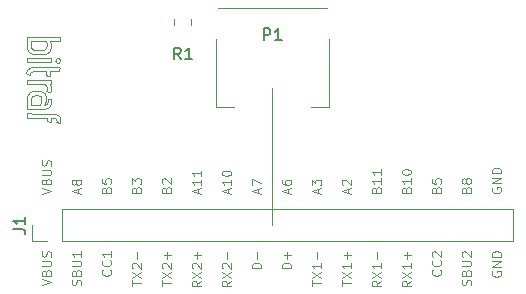
<source format=gbr>
G04 #@! TF.GenerationSoftware,KiCad,Pcbnew,(5.1.5)-3*
G04 #@! TF.CreationDate,2020-05-05T01:34:39+02:00*
G04 #@! TF.ProjectId,USB-C-USB-3.2,5553422d-432d-4555-9342-2d332e322e6b,rev?*
G04 #@! TF.SameCoordinates,Original*
G04 #@! TF.FileFunction,Legend,Top*
G04 #@! TF.FilePolarity,Positive*
%FSLAX46Y46*%
G04 Gerber Fmt 4.6, Leading zero omitted, Abs format (unit mm)*
G04 Created by KiCad (PCBNEW (5.1.5)-3) date 2020-05-05 01:34:39*
%MOMM*%
%LPD*%
G04 APERTURE LIST*
%ADD10C,0.080000*%
%ADD11C,0.100000*%
%ADD12C,0.120000*%
%ADD13C,0.150000*%
G04 APERTURE END LIST*
D10*
X82500000Y-77000000D02*
X82500000Y-65425000D01*
D11*
X62972857Y-74358809D02*
X63752857Y-74092142D01*
X62972857Y-73825476D01*
X63344285Y-73292142D02*
X63381428Y-73177857D01*
X63418571Y-73139761D01*
X63492857Y-73101666D01*
X63604285Y-73101666D01*
X63678571Y-73139761D01*
X63715714Y-73177857D01*
X63752857Y-73254047D01*
X63752857Y-73558809D01*
X62972857Y-73558809D01*
X62972857Y-73292142D01*
X63010000Y-73215952D01*
X63047142Y-73177857D01*
X63121428Y-73139761D01*
X63195714Y-73139761D01*
X63270000Y-73177857D01*
X63307142Y-73215952D01*
X63344285Y-73292142D01*
X63344285Y-73558809D01*
X62972857Y-72758809D02*
X63604285Y-72758809D01*
X63678571Y-72720714D01*
X63715714Y-72682619D01*
X63752857Y-72606428D01*
X63752857Y-72454047D01*
X63715714Y-72377857D01*
X63678571Y-72339761D01*
X63604285Y-72301666D01*
X62972857Y-72301666D01*
X63715714Y-71958809D02*
X63752857Y-71844523D01*
X63752857Y-71654047D01*
X63715714Y-71577857D01*
X63678571Y-71539761D01*
X63604285Y-71501666D01*
X63530000Y-71501666D01*
X63455714Y-71539761D01*
X63418571Y-71577857D01*
X63381428Y-71654047D01*
X63344285Y-71806428D01*
X63307142Y-71882619D01*
X63270000Y-71920714D01*
X63195714Y-71958809D01*
X63121428Y-71958809D01*
X63047142Y-71920714D01*
X63010000Y-71882619D01*
X62972857Y-71806428D01*
X62972857Y-71615952D01*
X63010000Y-71501666D01*
X66070000Y-74282619D02*
X66070000Y-73901666D01*
X66292857Y-74358809D02*
X65512857Y-74092142D01*
X66292857Y-73825476D01*
X65847142Y-73444523D02*
X65810000Y-73520714D01*
X65772857Y-73558809D01*
X65698571Y-73596904D01*
X65661428Y-73596904D01*
X65587142Y-73558809D01*
X65550000Y-73520714D01*
X65512857Y-73444523D01*
X65512857Y-73292142D01*
X65550000Y-73215952D01*
X65587142Y-73177857D01*
X65661428Y-73139761D01*
X65698571Y-73139761D01*
X65772857Y-73177857D01*
X65810000Y-73215952D01*
X65847142Y-73292142D01*
X65847142Y-73444523D01*
X65884285Y-73520714D01*
X65921428Y-73558809D01*
X65995714Y-73596904D01*
X66144285Y-73596904D01*
X66218571Y-73558809D01*
X66255714Y-73520714D01*
X66292857Y-73444523D01*
X66292857Y-73292142D01*
X66255714Y-73215952D01*
X66218571Y-73177857D01*
X66144285Y-73139761D01*
X65995714Y-73139761D01*
X65921428Y-73177857D01*
X65884285Y-73215952D01*
X65847142Y-73292142D01*
X68424285Y-73977857D02*
X68461428Y-73863571D01*
X68498571Y-73825476D01*
X68572857Y-73787380D01*
X68684285Y-73787380D01*
X68758571Y-73825476D01*
X68795714Y-73863571D01*
X68832857Y-73939761D01*
X68832857Y-74244523D01*
X68052857Y-74244523D01*
X68052857Y-73977857D01*
X68090000Y-73901666D01*
X68127142Y-73863571D01*
X68201428Y-73825476D01*
X68275714Y-73825476D01*
X68350000Y-73863571D01*
X68387142Y-73901666D01*
X68424285Y-73977857D01*
X68424285Y-74244523D01*
X68052857Y-73063571D02*
X68052857Y-73444523D01*
X68424285Y-73482619D01*
X68387142Y-73444523D01*
X68350000Y-73368333D01*
X68350000Y-73177857D01*
X68387142Y-73101666D01*
X68424285Y-73063571D01*
X68498571Y-73025476D01*
X68684285Y-73025476D01*
X68758571Y-73063571D01*
X68795714Y-73101666D01*
X68832857Y-73177857D01*
X68832857Y-73368333D01*
X68795714Y-73444523D01*
X68758571Y-73482619D01*
X70964285Y-73977857D02*
X71001428Y-73863571D01*
X71038571Y-73825476D01*
X71112857Y-73787380D01*
X71224285Y-73787380D01*
X71298571Y-73825476D01*
X71335714Y-73863571D01*
X71372857Y-73939761D01*
X71372857Y-74244523D01*
X70592857Y-74244523D01*
X70592857Y-73977857D01*
X70630000Y-73901666D01*
X70667142Y-73863571D01*
X70741428Y-73825476D01*
X70815714Y-73825476D01*
X70890000Y-73863571D01*
X70927142Y-73901666D01*
X70964285Y-73977857D01*
X70964285Y-74244523D01*
X70592857Y-73520714D02*
X70592857Y-73025476D01*
X70890000Y-73292142D01*
X70890000Y-73177857D01*
X70927142Y-73101666D01*
X70964285Y-73063571D01*
X71038571Y-73025476D01*
X71224285Y-73025476D01*
X71298571Y-73063571D01*
X71335714Y-73101666D01*
X71372857Y-73177857D01*
X71372857Y-73406428D01*
X71335714Y-73482619D01*
X71298571Y-73520714D01*
X73504285Y-73977857D02*
X73541428Y-73863571D01*
X73578571Y-73825476D01*
X73652857Y-73787380D01*
X73764285Y-73787380D01*
X73838571Y-73825476D01*
X73875714Y-73863571D01*
X73912857Y-73939761D01*
X73912857Y-74244523D01*
X73132857Y-74244523D01*
X73132857Y-73977857D01*
X73170000Y-73901666D01*
X73207142Y-73863571D01*
X73281428Y-73825476D01*
X73355714Y-73825476D01*
X73430000Y-73863571D01*
X73467142Y-73901666D01*
X73504285Y-73977857D01*
X73504285Y-74244523D01*
X73207142Y-73482619D02*
X73170000Y-73444523D01*
X73132857Y-73368333D01*
X73132857Y-73177857D01*
X73170000Y-73101666D01*
X73207142Y-73063571D01*
X73281428Y-73025476D01*
X73355714Y-73025476D01*
X73467142Y-73063571D01*
X73912857Y-73520714D01*
X73912857Y-73025476D01*
X76230000Y-74282619D02*
X76230000Y-73901666D01*
X76452857Y-74358809D02*
X75672857Y-74092142D01*
X76452857Y-73825476D01*
X76452857Y-73139761D02*
X76452857Y-73596904D01*
X76452857Y-73368333D02*
X75672857Y-73368333D01*
X75784285Y-73444523D01*
X75858571Y-73520714D01*
X75895714Y-73596904D01*
X76452857Y-72377857D02*
X76452857Y-72835000D01*
X76452857Y-72606428D02*
X75672857Y-72606428D01*
X75784285Y-72682619D01*
X75858571Y-72758809D01*
X75895714Y-72835000D01*
X78770000Y-74282619D02*
X78770000Y-73901666D01*
X78992857Y-74358809D02*
X78212857Y-74092142D01*
X78992857Y-73825476D01*
X78992857Y-73139761D02*
X78992857Y-73596904D01*
X78992857Y-73368333D02*
X78212857Y-73368333D01*
X78324285Y-73444523D01*
X78398571Y-73520714D01*
X78435714Y-73596904D01*
X78212857Y-72644523D02*
X78212857Y-72568333D01*
X78250000Y-72492142D01*
X78287142Y-72454047D01*
X78361428Y-72415952D01*
X78510000Y-72377857D01*
X78695714Y-72377857D01*
X78844285Y-72415952D01*
X78918571Y-72454047D01*
X78955714Y-72492142D01*
X78992857Y-72568333D01*
X78992857Y-72644523D01*
X78955714Y-72720714D01*
X78918571Y-72758809D01*
X78844285Y-72796904D01*
X78695714Y-72835000D01*
X78510000Y-72835000D01*
X78361428Y-72796904D01*
X78287142Y-72758809D01*
X78250000Y-72720714D01*
X78212857Y-72644523D01*
X81310000Y-74282619D02*
X81310000Y-73901666D01*
X81532857Y-74358809D02*
X80752857Y-74092142D01*
X81532857Y-73825476D01*
X80752857Y-73635000D02*
X80752857Y-73101666D01*
X81532857Y-73444523D01*
X83850000Y-74282619D02*
X83850000Y-73901666D01*
X84072857Y-74358809D02*
X83292857Y-74092142D01*
X84072857Y-73825476D01*
X83292857Y-73215952D02*
X83292857Y-73368333D01*
X83330000Y-73444523D01*
X83367142Y-73482619D01*
X83478571Y-73558809D01*
X83627142Y-73596904D01*
X83924285Y-73596904D01*
X83998571Y-73558809D01*
X84035714Y-73520714D01*
X84072857Y-73444523D01*
X84072857Y-73292142D01*
X84035714Y-73215952D01*
X83998571Y-73177857D01*
X83924285Y-73139761D01*
X83738571Y-73139761D01*
X83664285Y-73177857D01*
X83627142Y-73215952D01*
X83590000Y-73292142D01*
X83590000Y-73444523D01*
X83627142Y-73520714D01*
X83664285Y-73558809D01*
X83738571Y-73596904D01*
X86390000Y-74282619D02*
X86390000Y-73901666D01*
X86612857Y-74358809D02*
X85832857Y-74092142D01*
X86612857Y-73825476D01*
X85832857Y-73635000D02*
X85832857Y-73139761D01*
X86130000Y-73406428D01*
X86130000Y-73292142D01*
X86167142Y-73215952D01*
X86204285Y-73177857D01*
X86278571Y-73139761D01*
X86464285Y-73139761D01*
X86538571Y-73177857D01*
X86575714Y-73215952D01*
X86612857Y-73292142D01*
X86612857Y-73520714D01*
X86575714Y-73596904D01*
X86538571Y-73635000D01*
X88930000Y-74282619D02*
X88930000Y-73901666D01*
X89152857Y-74358809D02*
X88372857Y-74092142D01*
X89152857Y-73825476D01*
X88447142Y-73596904D02*
X88410000Y-73558809D01*
X88372857Y-73482619D01*
X88372857Y-73292142D01*
X88410000Y-73215952D01*
X88447142Y-73177857D01*
X88521428Y-73139761D01*
X88595714Y-73139761D01*
X88707142Y-73177857D01*
X89152857Y-73635000D01*
X89152857Y-73139761D01*
X91284285Y-73977857D02*
X91321428Y-73863571D01*
X91358571Y-73825476D01*
X91432857Y-73787380D01*
X91544285Y-73787380D01*
X91618571Y-73825476D01*
X91655714Y-73863571D01*
X91692857Y-73939761D01*
X91692857Y-74244523D01*
X90912857Y-74244523D01*
X90912857Y-73977857D01*
X90950000Y-73901666D01*
X90987142Y-73863571D01*
X91061428Y-73825476D01*
X91135714Y-73825476D01*
X91210000Y-73863571D01*
X91247142Y-73901666D01*
X91284285Y-73977857D01*
X91284285Y-74244523D01*
X91692857Y-73025476D02*
X91692857Y-73482619D01*
X91692857Y-73254047D02*
X90912857Y-73254047D01*
X91024285Y-73330238D01*
X91098571Y-73406428D01*
X91135714Y-73482619D01*
X91692857Y-72263571D02*
X91692857Y-72720714D01*
X91692857Y-72492142D02*
X90912857Y-72492142D01*
X91024285Y-72568333D01*
X91098571Y-72644523D01*
X91135714Y-72720714D01*
X93824285Y-73977857D02*
X93861428Y-73863571D01*
X93898571Y-73825476D01*
X93972857Y-73787380D01*
X94084285Y-73787380D01*
X94158571Y-73825476D01*
X94195714Y-73863571D01*
X94232857Y-73939761D01*
X94232857Y-74244523D01*
X93452857Y-74244523D01*
X93452857Y-73977857D01*
X93490000Y-73901666D01*
X93527142Y-73863571D01*
X93601428Y-73825476D01*
X93675714Y-73825476D01*
X93750000Y-73863571D01*
X93787142Y-73901666D01*
X93824285Y-73977857D01*
X93824285Y-74244523D01*
X94232857Y-73025476D02*
X94232857Y-73482619D01*
X94232857Y-73254047D02*
X93452857Y-73254047D01*
X93564285Y-73330238D01*
X93638571Y-73406428D01*
X93675714Y-73482619D01*
X93452857Y-72530238D02*
X93452857Y-72454047D01*
X93490000Y-72377857D01*
X93527142Y-72339761D01*
X93601428Y-72301666D01*
X93750000Y-72263571D01*
X93935714Y-72263571D01*
X94084285Y-72301666D01*
X94158571Y-72339761D01*
X94195714Y-72377857D01*
X94232857Y-72454047D01*
X94232857Y-72530238D01*
X94195714Y-72606428D01*
X94158571Y-72644523D01*
X94084285Y-72682619D01*
X93935714Y-72720714D01*
X93750000Y-72720714D01*
X93601428Y-72682619D01*
X93527142Y-72644523D01*
X93490000Y-72606428D01*
X93452857Y-72530238D01*
X96364285Y-73977857D02*
X96401428Y-73863571D01*
X96438571Y-73825476D01*
X96512857Y-73787380D01*
X96624285Y-73787380D01*
X96698571Y-73825476D01*
X96735714Y-73863571D01*
X96772857Y-73939761D01*
X96772857Y-74244523D01*
X95992857Y-74244523D01*
X95992857Y-73977857D01*
X96030000Y-73901666D01*
X96067142Y-73863571D01*
X96141428Y-73825476D01*
X96215714Y-73825476D01*
X96290000Y-73863571D01*
X96327142Y-73901666D01*
X96364285Y-73977857D01*
X96364285Y-74244523D01*
X95992857Y-73063571D02*
X95992857Y-73444523D01*
X96364285Y-73482619D01*
X96327142Y-73444523D01*
X96290000Y-73368333D01*
X96290000Y-73177857D01*
X96327142Y-73101666D01*
X96364285Y-73063571D01*
X96438571Y-73025476D01*
X96624285Y-73025476D01*
X96698571Y-73063571D01*
X96735714Y-73101666D01*
X96772857Y-73177857D01*
X96772857Y-73368333D01*
X96735714Y-73444523D01*
X96698571Y-73482619D01*
X98904285Y-73977857D02*
X98941428Y-73863571D01*
X98978571Y-73825476D01*
X99052857Y-73787380D01*
X99164285Y-73787380D01*
X99238571Y-73825476D01*
X99275714Y-73863571D01*
X99312857Y-73939761D01*
X99312857Y-74244523D01*
X98532857Y-74244523D01*
X98532857Y-73977857D01*
X98570000Y-73901666D01*
X98607142Y-73863571D01*
X98681428Y-73825476D01*
X98755714Y-73825476D01*
X98830000Y-73863571D01*
X98867142Y-73901666D01*
X98904285Y-73977857D01*
X98904285Y-74244523D01*
X98867142Y-73330238D02*
X98830000Y-73406428D01*
X98792857Y-73444523D01*
X98718571Y-73482619D01*
X98681428Y-73482619D01*
X98607142Y-73444523D01*
X98570000Y-73406428D01*
X98532857Y-73330238D01*
X98532857Y-73177857D01*
X98570000Y-73101666D01*
X98607142Y-73063571D01*
X98681428Y-73025476D01*
X98718571Y-73025476D01*
X98792857Y-73063571D01*
X98830000Y-73101666D01*
X98867142Y-73177857D01*
X98867142Y-73330238D01*
X98904285Y-73406428D01*
X98941428Y-73444523D01*
X99015714Y-73482619D01*
X99164285Y-73482619D01*
X99238571Y-73444523D01*
X99275714Y-73406428D01*
X99312857Y-73330238D01*
X99312857Y-73177857D01*
X99275714Y-73101666D01*
X99238571Y-73063571D01*
X99164285Y-73025476D01*
X99015714Y-73025476D01*
X98941428Y-73063571D01*
X98904285Y-73101666D01*
X98867142Y-73177857D01*
X101110000Y-73825476D02*
X101072857Y-73901666D01*
X101072857Y-74015952D01*
X101110000Y-74130238D01*
X101184285Y-74206428D01*
X101258571Y-74244523D01*
X101407142Y-74282619D01*
X101518571Y-74282619D01*
X101667142Y-74244523D01*
X101741428Y-74206428D01*
X101815714Y-74130238D01*
X101852857Y-74015952D01*
X101852857Y-73939761D01*
X101815714Y-73825476D01*
X101778571Y-73787380D01*
X101518571Y-73787380D01*
X101518571Y-73939761D01*
X101852857Y-73444523D02*
X101072857Y-73444523D01*
X101852857Y-72987380D01*
X101072857Y-72987380D01*
X101852857Y-72606428D02*
X101072857Y-72606428D01*
X101072857Y-72415952D01*
X101110000Y-72301666D01*
X101184285Y-72225476D01*
X101258571Y-72187380D01*
X101407142Y-72149285D01*
X101518571Y-72149285D01*
X101667142Y-72187380D01*
X101741428Y-72225476D01*
X101815714Y-72301666D01*
X101852857Y-72415952D01*
X101852857Y-72606428D01*
X62972857Y-82074523D02*
X63752857Y-81807857D01*
X62972857Y-81541190D01*
X63344285Y-81007857D02*
X63381428Y-80893571D01*
X63418571Y-80855476D01*
X63492857Y-80817380D01*
X63604285Y-80817380D01*
X63678571Y-80855476D01*
X63715714Y-80893571D01*
X63752857Y-80969761D01*
X63752857Y-81274523D01*
X62972857Y-81274523D01*
X62972857Y-81007857D01*
X63010000Y-80931666D01*
X63047142Y-80893571D01*
X63121428Y-80855476D01*
X63195714Y-80855476D01*
X63270000Y-80893571D01*
X63307142Y-80931666D01*
X63344285Y-81007857D01*
X63344285Y-81274523D01*
X62972857Y-80474523D02*
X63604285Y-80474523D01*
X63678571Y-80436428D01*
X63715714Y-80398333D01*
X63752857Y-80322142D01*
X63752857Y-80169761D01*
X63715714Y-80093571D01*
X63678571Y-80055476D01*
X63604285Y-80017380D01*
X62972857Y-80017380D01*
X63715714Y-79674523D02*
X63752857Y-79560238D01*
X63752857Y-79369761D01*
X63715714Y-79293571D01*
X63678571Y-79255476D01*
X63604285Y-79217380D01*
X63530000Y-79217380D01*
X63455714Y-79255476D01*
X63418571Y-79293571D01*
X63381428Y-79369761D01*
X63344285Y-79522142D01*
X63307142Y-79598333D01*
X63270000Y-79636428D01*
X63195714Y-79674523D01*
X63121428Y-79674523D01*
X63047142Y-79636428D01*
X63010000Y-79598333D01*
X62972857Y-79522142D01*
X62972857Y-79331666D01*
X63010000Y-79217380D01*
X66255714Y-82074523D02*
X66292857Y-81960238D01*
X66292857Y-81769761D01*
X66255714Y-81693571D01*
X66218571Y-81655476D01*
X66144285Y-81617380D01*
X66070000Y-81617380D01*
X65995714Y-81655476D01*
X65958571Y-81693571D01*
X65921428Y-81769761D01*
X65884285Y-81922142D01*
X65847142Y-81998333D01*
X65810000Y-82036428D01*
X65735714Y-82074523D01*
X65661428Y-82074523D01*
X65587142Y-82036428D01*
X65550000Y-81998333D01*
X65512857Y-81922142D01*
X65512857Y-81731666D01*
X65550000Y-81617380D01*
X65884285Y-81007857D02*
X65921428Y-80893571D01*
X65958571Y-80855476D01*
X66032857Y-80817380D01*
X66144285Y-80817380D01*
X66218571Y-80855476D01*
X66255714Y-80893571D01*
X66292857Y-80969761D01*
X66292857Y-81274523D01*
X65512857Y-81274523D01*
X65512857Y-81007857D01*
X65550000Y-80931666D01*
X65587142Y-80893571D01*
X65661428Y-80855476D01*
X65735714Y-80855476D01*
X65810000Y-80893571D01*
X65847142Y-80931666D01*
X65884285Y-81007857D01*
X65884285Y-81274523D01*
X65512857Y-80474523D02*
X66144285Y-80474523D01*
X66218571Y-80436428D01*
X66255714Y-80398333D01*
X66292857Y-80322142D01*
X66292857Y-80169761D01*
X66255714Y-80093571D01*
X66218571Y-80055476D01*
X66144285Y-80017380D01*
X65512857Y-80017380D01*
X66292857Y-79217380D02*
X66292857Y-79674523D01*
X66292857Y-79445952D02*
X65512857Y-79445952D01*
X65624285Y-79522142D01*
X65698571Y-79598333D01*
X65735714Y-79674523D01*
X68758571Y-80779285D02*
X68795714Y-80817380D01*
X68832857Y-80931666D01*
X68832857Y-81007857D01*
X68795714Y-81122142D01*
X68721428Y-81198333D01*
X68647142Y-81236428D01*
X68498571Y-81274523D01*
X68387142Y-81274523D01*
X68238571Y-81236428D01*
X68164285Y-81198333D01*
X68090000Y-81122142D01*
X68052857Y-81007857D01*
X68052857Y-80931666D01*
X68090000Y-80817380D01*
X68127142Y-80779285D01*
X68758571Y-79979285D02*
X68795714Y-80017380D01*
X68832857Y-80131666D01*
X68832857Y-80207857D01*
X68795714Y-80322142D01*
X68721428Y-80398333D01*
X68647142Y-80436428D01*
X68498571Y-80474523D01*
X68387142Y-80474523D01*
X68238571Y-80436428D01*
X68164285Y-80398333D01*
X68090000Y-80322142D01*
X68052857Y-80207857D01*
X68052857Y-80131666D01*
X68090000Y-80017380D01*
X68127142Y-79979285D01*
X68832857Y-79217380D02*
X68832857Y-79674523D01*
X68832857Y-79445952D02*
X68052857Y-79445952D01*
X68164285Y-79522142D01*
X68238571Y-79598333D01*
X68275714Y-79674523D01*
X70592857Y-82112619D02*
X70592857Y-81655476D01*
X71372857Y-81884047D02*
X70592857Y-81884047D01*
X70592857Y-81465000D02*
X71372857Y-80931666D01*
X70592857Y-80931666D02*
X71372857Y-81465000D01*
X70667142Y-80665000D02*
X70630000Y-80626904D01*
X70592857Y-80550714D01*
X70592857Y-80360238D01*
X70630000Y-80284047D01*
X70667142Y-80245952D01*
X70741428Y-80207857D01*
X70815714Y-80207857D01*
X70927142Y-80245952D01*
X71372857Y-80703095D01*
X71372857Y-80207857D01*
X71075714Y-79865000D02*
X71075714Y-79255476D01*
X73132857Y-82112619D02*
X73132857Y-81655476D01*
X73912857Y-81884047D02*
X73132857Y-81884047D01*
X73132857Y-81465000D02*
X73912857Y-80931666D01*
X73132857Y-80931666D02*
X73912857Y-81465000D01*
X73207142Y-80665000D02*
X73170000Y-80626904D01*
X73132857Y-80550714D01*
X73132857Y-80360238D01*
X73170000Y-80284047D01*
X73207142Y-80245952D01*
X73281428Y-80207857D01*
X73355714Y-80207857D01*
X73467142Y-80245952D01*
X73912857Y-80703095D01*
X73912857Y-80207857D01*
X73615714Y-79865000D02*
X73615714Y-79255476D01*
X73912857Y-79560238D02*
X73318571Y-79560238D01*
X76452857Y-81731666D02*
X76081428Y-81998333D01*
X76452857Y-82188809D02*
X75672857Y-82188809D01*
X75672857Y-81884047D01*
X75710000Y-81807857D01*
X75747142Y-81769761D01*
X75821428Y-81731666D01*
X75932857Y-81731666D01*
X76007142Y-81769761D01*
X76044285Y-81807857D01*
X76081428Y-81884047D01*
X76081428Y-82188809D01*
X75672857Y-81465000D02*
X76452857Y-80931666D01*
X75672857Y-80931666D02*
X76452857Y-81465000D01*
X75747142Y-80665000D02*
X75710000Y-80626904D01*
X75672857Y-80550714D01*
X75672857Y-80360238D01*
X75710000Y-80284047D01*
X75747142Y-80245952D01*
X75821428Y-80207857D01*
X75895714Y-80207857D01*
X76007142Y-80245952D01*
X76452857Y-80703095D01*
X76452857Y-80207857D01*
X76155714Y-79865000D02*
X76155714Y-79255476D01*
X76452857Y-79560238D02*
X75858571Y-79560238D01*
X78992857Y-81731666D02*
X78621428Y-81998333D01*
X78992857Y-82188809D02*
X78212857Y-82188809D01*
X78212857Y-81884047D01*
X78250000Y-81807857D01*
X78287142Y-81769761D01*
X78361428Y-81731666D01*
X78472857Y-81731666D01*
X78547142Y-81769761D01*
X78584285Y-81807857D01*
X78621428Y-81884047D01*
X78621428Y-82188809D01*
X78212857Y-81465000D02*
X78992857Y-80931666D01*
X78212857Y-80931666D02*
X78992857Y-81465000D01*
X78287142Y-80665000D02*
X78250000Y-80626904D01*
X78212857Y-80550714D01*
X78212857Y-80360238D01*
X78250000Y-80284047D01*
X78287142Y-80245952D01*
X78361428Y-80207857D01*
X78435714Y-80207857D01*
X78547142Y-80245952D01*
X78992857Y-80703095D01*
X78992857Y-80207857D01*
X78695714Y-79865000D02*
X78695714Y-79255476D01*
X81532857Y-80665000D02*
X80752857Y-80665000D01*
X80752857Y-80474523D01*
X80790000Y-80360238D01*
X80864285Y-80284047D01*
X80938571Y-80245952D01*
X81087142Y-80207857D01*
X81198571Y-80207857D01*
X81347142Y-80245952D01*
X81421428Y-80284047D01*
X81495714Y-80360238D01*
X81532857Y-80474523D01*
X81532857Y-80665000D01*
X81235714Y-79865000D02*
X81235714Y-79255476D01*
X84072857Y-80665000D02*
X83292857Y-80665000D01*
X83292857Y-80474523D01*
X83330000Y-80360238D01*
X83404285Y-80284047D01*
X83478571Y-80245952D01*
X83627142Y-80207857D01*
X83738571Y-80207857D01*
X83887142Y-80245952D01*
X83961428Y-80284047D01*
X84035714Y-80360238D01*
X84072857Y-80474523D01*
X84072857Y-80665000D01*
X83775714Y-79865000D02*
X83775714Y-79255476D01*
X84072857Y-79560238D02*
X83478571Y-79560238D01*
X85832857Y-82112619D02*
X85832857Y-81655476D01*
X86612857Y-81884047D02*
X85832857Y-81884047D01*
X85832857Y-81465000D02*
X86612857Y-80931666D01*
X85832857Y-80931666D02*
X86612857Y-81465000D01*
X86612857Y-80207857D02*
X86612857Y-80665000D01*
X86612857Y-80436428D02*
X85832857Y-80436428D01*
X85944285Y-80512619D01*
X86018571Y-80588809D01*
X86055714Y-80665000D01*
X86315714Y-79865000D02*
X86315714Y-79255476D01*
X88372857Y-82112619D02*
X88372857Y-81655476D01*
X89152857Y-81884047D02*
X88372857Y-81884047D01*
X88372857Y-81465000D02*
X89152857Y-80931666D01*
X88372857Y-80931666D02*
X89152857Y-81465000D01*
X89152857Y-80207857D02*
X89152857Y-80665000D01*
X89152857Y-80436428D02*
X88372857Y-80436428D01*
X88484285Y-80512619D01*
X88558571Y-80588809D01*
X88595714Y-80665000D01*
X88855714Y-79865000D02*
X88855714Y-79255476D01*
X89152857Y-79560238D02*
X88558571Y-79560238D01*
X91692857Y-81731666D02*
X91321428Y-81998333D01*
X91692857Y-82188809D02*
X90912857Y-82188809D01*
X90912857Y-81884047D01*
X90950000Y-81807857D01*
X90987142Y-81769761D01*
X91061428Y-81731666D01*
X91172857Y-81731666D01*
X91247142Y-81769761D01*
X91284285Y-81807857D01*
X91321428Y-81884047D01*
X91321428Y-82188809D01*
X90912857Y-81465000D02*
X91692857Y-80931666D01*
X90912857Y-80931666D02*
X91692857Y-81465000D01*
X91692857Y-80207857D02*
X91692857Y-80665000D01*
X91692857Y-80436428D02*
X90912857Y-80436428D01*
X91024285Y-80512619D01*
X91098571Y-80588809D01*
X91135714Y-80665000D01*
X91395714Y-79865000D02*
X91395714Y-79255476D01*
X94232857Y-81731666D02*
X93861428Y-81998333D01*
X94232857Y-82188809D02*
X93452857Y-82188809D01*
X93452857Y-81884047D01*
X93490000Y-81807857D01*
X93527142Y-81769761D01*
X93601428Y-81731666D01*
X93712857Y-81731666D01*
X93787142Y-81769761D01*
X93824285Y-81807857D01*
X93861428Y-81884047D01*
X93861428Y-82188809D01*
X93452857Y-81465000D02*
X94232857Y-80931666D01*
X93452857Y-80931666D02*
X94232857Y-81465000D01*
X94232857Y-80207857D02*
X94232857Y-80665000D01*
X94232857Y-80436428D02*
X93452857Y-80436428D01*
X93564285Y-80512619D01*
X93638571Y-80588809D01*
X93675714Y-80665000D01*
X93935714Y-79865000D02*
X93935714Y-79255476D01*
X94232857Y-79560238D02*
X93638571Y-79560238D01*
X96698571Y-80779285D02*
X96735714Y-80817380D01*
X96772857Y-80931666D01*
X96772857Y-81007857D01*
X96735714Y-81122142D01*
X96661428Y-81198333D01*
X96587142Y-81236428D01*
X96438571Y-81274523D01*
X96327142Y-81274523D01*
X96178571Y-81236428D01*
X96104285Y-81198333D01*
X96030000Y-81122142D01*
X95992857Y-81007857D01*
X95992857Y-80931666D01*
X96030000Y-80817380D01*
X96067142Y-80779285D01*
X96698571Y-79979285D02*
X96735714Y-80017380D01*
X96772857Y-80131666D01*
X96772857Y-80207857D01*
X96735714Y-80322142D01*
X96661428Y-80398333D01*
X96587142Y-80436428D01*
X96438571Y-80474523D01*
X96327142Y-80474523D01*
X96178571Y-80436428D01*
X96104285Y-80398333D01*
X96030000Y-80322142D01*
X95992857Y-80207857D01*
X95992857Y-80131666D01*
X96030000Y-80017380D01*
X96067142Y-79979285D01*
X96067142Y-79674523D02*
X96030000Y-79636428D01*
X95992857Y-79560238D01*
X95992857Y-79369761D01*
X96030000Y-79293571D01*
X96067142Y-79255476D01*
X96141428Y-79217380D01*
X96215714Y-79217380D01*
X96327142Y-79255476D01*
X96772857Y-79712619D01*
X96772857Y-79217380D01*
X99275714Y-82074523D02*
X99312857Y-81960238D01*
X99312857Y-81769761D01*
X99275714Y-81693571D01*
X99238571Y-81655476D01*
X99164285Y-81617380D01*
X99090000Y-81617380D01*
X99015714Y-81655476D01*
X98978571Y-81693571D01*
X98941428Y-81769761D01*
X98904285Y-81922142D01*
X98867142Y-81998333D01*
X98830000Y-82036428D01*
X98755714Y-82074523D01*
X98681428Y-82074523D01*
X98607142Y-82036428D01*
X98570000Y-81998333D01*
X98532857Y-81922142D01*
X98532857Y-81731666D01*
X98570000Y-81617380D01*
X98904285Y-81007857D02*
X98941428Y-80893571D01*
X98978571Y-80855476D01*
X99052857Y-80817380D01*
X99164285Y-80817380D01*
X99238571Y-80855476D01*
X99275714Y-80893571D01*
X99312857Y-80969761D01*
X99312857Y-81274523D01*
X98532857Y-81274523D01*
X98532857Y-81007857D01*
X98570000Y-80931666D01*
X98607142Y-80893571D01*
X98681428Y-80855476D01*
X98755714Y-80855476D01*
X98830000Y-80893571D01*
X98867142Y-80931666D01*
X98904285Y-81007857D01*
X98904285Y-81274523D01*
X98532857Y-80474523D02*
X99164285Y-80474523D01*
X99238571Y-80436428D01*
X99275714Y-80398333D01*
X99312857Y-80322142D01*
X99312857Y-80169761D01*
X99275714Y-80093571D01*
X99238571Y-80055476D01*
X99164285Y-80017380D01*
X98532857Y-80017380D01*
X98607142Y-79674523D02*
X98570000Y-79636428D01*
X98532857Y-79560238D01*
X98532857Y-79369761D01*
X98570000Y-79293571D01*
X98607142Y-79255476D01*
X98681428Y-79217380D01*
X98755714Y-79217380D01*
X98867142Y-79255476D01*
X99312857Y-79712619D01*
X99312857Y-79217380D01*
X101110000Y-80893571D02*
X101072857Y-80969761D01*
X101072857Y-81084047D01*
X101110000Y-81198333D01*
X101184285Y-81274523D01*
X101258571Y-81312619D01*
X101407142Y-81350714D01*
X101518571Y-81350714D01*
X101667142Y-81312619D01*
X101741428Y-81274523D01*
X101815714Y-81198333D01*
X101852857Y-81084047D01*
X101852857Y-81007857D01*
X101815714Y-80893571D01*
X101778571Y-80855476D01*
X101518571Y-80855476D01*
X101518571Y-81007857D01*
X101852857Y-80512619D02*
X101072857Y-80512619D01*
X101852857Y-80055476D01*
X101072857Y-80055476D01*
X101852857Y-79674523D02*
X101072857Y-79674523D01*
X101072857Y-79484047D01*
X101110000Y-79369761D01*
X101184285Y-79293571D01*
X101258571Y-79255476D01*
X101407142Y-79217380D01*
X101518571Y-79217380D01*
X101667142Y-79255476D01*
X101741428Y-79293571D01*
X101815714Y-79369761D01*
X101852857Y-79484047D01*
X101852857Y-79674523D01*
D12*
X87100000Y-58600000D02*
X77900000Y-58600000D01*
X79250000Y-66970000D02*
X77750000Y-66970000D01*
X77750000Y-66970000D02*
X77750000Y-61200000D01*
X87250000Y-66970000D02*
X87250000Y-61200000D01*
X87250000Y-66970000D02*
X85750000Y-66970000D01*
X62120000Y-78330000D02*
X62120000Y-77000000D01*
X63450000Y-78330000D02*
X62120000Y-78330000D01*
X64720000Y-78330000D02*
X64720000Y-75670000D01*
X64720000Y-75670000D02*
X102880000Y-75670000D01*
X64720000Y-78330000D02*
X102880000Y-78330000D01*
X102880000Y-78330000D02*
X102880000Y-75670000D01*
D11*
X61750351Y-62857798D02*
X63717773Y-62857798D01*
X61750351Y-63221345D02*
X61750351Y-62857798D01*
X63717773Y-63221345D02*
X61750351Y-63221345D01*
X63717773Y-62857798D02*
X63717773Y-63221345D01*
X61750357Y-64675515D02*
X61859568Y-64678944D01*
X61859568Y-64678944D02*
X61957814Y-64681690D01*
X61957814Y-64681690D02*
X62056358Y-64684141D01*
X62056358Y-64684141D02*
X62157081Y-64686351D01*
X62157081Y-64686351D02*
X62259986Y-64688327D01*
X62259986Y-64688327D02*
X62368891Y-64690125D01*
X62368891Y-64690125D02*
X62468481Y-64691529D01*
X62468481Y-64691529D02*
X62570201Y-64692745D01*
X62570201Y-64692745D02*
X62674045Y-64693779D01*
X62674045Y-64693779D02*
X62777352Y-64694619D01*
X62777352Y-64694619D02*
X62899659Y-64695402D01*
X62899659Y-64695402D02*
X63000166Y-64695891D01*
X63000166Y-64695891D02*
X63100792Y-64696258D01*
X63100792Y-64696258D02*
X63209274Y-64696541D01*
X63209274Y-64696541D02*
X63323669Y-64696732D01*
X63323669Y-64696732D02*
X63461446Y-64696855D01*
X63461446Y-64696855D02*
X63616779Y-64696897D01*
X63616779Y-64696897D02*
X63717773Y-64696902D01*
X61750357Y-65039063D02*
X61750357Y-64675515D01*
X63140382Y-65039063D02*
X61750357Y-65039063D01*
X63354232Y-65659226D02*
X63376351Y-65580686D01*
X63376351Y-65580686D02*
X63388565Y-65492535D01*
X63388565Y-65492535D02*
X63388662Y-65392418D01*
X63388662Y-65392418D02*
X63376152Y-65303440D01*
X63376152Y-65303440D02*
X63353332Y-65225896D01*
X63353332Y-65225896D02*
X63320250Y-65158471D01*
X63320250Y-65158471D02*
X63274864Y-65101483D01*
X63274864Y-65101483D02*
X63215779Y-65059778D01*
X63215779Y-65059778D02*
X63140382Y-65039063D01*
X63696393Y-65744765D02*
X63614202Y-65725727D01*
X63614202Y-65725727D02*
X63533580Y-65704248D01*
X63533580Y-65704248D02*
X63452636Y-65682449D01*
X63452636Y-65682449D02*
X63371317Y-65662779D01*
X63371317Y-65662779D02*
X63354232Y-65659226D01*
X63653620Y-65039063D02*
X63687472Y-65106443D01*
X63687472Y-65106443D02*
X63712245Y-65182712D01*
X63712245Y-65182712D02*
X63728976Y-65266356D01*
X63728976Y-65266356D02*
X63738220Y-65357117D01*
X63738220Y-65357117D02*
X63739715Y-65458235D01*
X63739715Y-65458235D02*
X63733498Y-65553008D01*
X63733498Y-65553008D02*
X63721025Y-65640839D01*
X63721025Y-65640839D02*
X63702392Y-65723763D01*
X63702392Y-65723763D02*
X63696393Y-65744765D01*
X63717773Y-65017677D02*
X63653620Y-65039063D01*
X63717773Y-64696902D02*
X63717773Y-65017677D01*
X62349128Y-65637840D02*
X62438820Y-65649253D01*
X62438820Y-65649253D02*
X62533479Y-65655582D01*
X62533479Y-65655582D02*
X62631199Y-65658383D01*
X62631199Y-65658383D02*
X62731663Y-65659175D01*
X62731663Y-65659175D02*
X62798214Y-65659226D01*
X61707578Y-66429087D02*
X61714162Y-66334379D01*
X61714162Y-66334379D02*
X61725737Y-66241667D01*
X61725737Y-66241667D02*
X61741897Y-66156932D01*
X61741897Y-66156932D02*
X61763151Y-66077783D01*
X61763151Y-66077783D02*
X61790168Y-66003434D01*
X61790168Y-66003434D02*
X61822956Y-65935269D01*
X61822956Y-65935269D02*
X61861780Y-65873510D01*
X61861780Y-65873510D02*
X61906908Y-65818378D01*
X61906908Y-65818378D02*
X61959373Y-65769476D01*
X61959373Y-65769476D02*
X62018658Y-65727978D01*
X62018658Y-65727978D02*
X62085689Y-65693730D01*
X62085689Y-65693730D02*
X62162243Y-65666740D01*
X62162243Y-65666740D02*
X62245928Y-65648362D01*
X62245928Y-65648362D02*
X62336698Y-65638504D01*
X62336698Y-65638504D02*
X62349128Y-65637840D01*
X61707578Y-66642937D02*
X61707578Y-66429087D01*
X61750351Y-67156176D02*
X61747926Y-67054998D01*
X61747926Y-67054998D02*
X61741434Y-66956843D01*
X61741434Y-66956843D02*
X61732414Y-66862598D01*
X61732414Y-66862598D02*
X61722100Y-66769977D01*
X61722100Y-66769977D02*
X61711330Y-66676339D01*
X61711330Y-66676339D02*
X61707578Y-66642937D01*
X62434673Y-67156176D02*
X61750351Y-67156176D01*
X63033450Y-67156176D02*
X62434673Y-67156176D01*
X63781925Y-66343549D02*
X63779589Y-66441752D01*
X63779589Y-66441752D02*
X63772342Y-66534919D01*
X63772342Y-66534919D02*
X63759742Y-66623112D01*
X63759742Y-66623112D02*
X63741537Y-66705233D01*
X63741537Y-66705233D02*
X63716851Y-66782617D01*
X63716851Y-66782617D02*
X63685932Y-66852807D01*
X63685932Y-66852807D02*
X63648372Y-66916106D01*
X63648372Y-66916106D02*
X63603344Y-66972961D01*
X63603344Y-66972961D02*
X63551350Y-67022134D01*
X63551350Y-67022134D02*
X63492263Y-67063647D01*
X63492263Y-67063647D02*
X63425968Y-67097519D01*
X63425968Y-67097519D02*
X63352073Y-67123865D01*
X63352073Y-67123865D02*
X63269082Y-67142861D01*
X63269082Y-67142861D02*
X63180022Y-67153829D01*
X63180022Y-67153829D02*
X63082167Y-67157232D01*
X63082167Y-67157232D02*
X63033450Y-67156176D01*
X63525302Y-66322162D02*
X63620527Y-66328809D01*
X63620527Y-66328809D02*
X63710746Y-66339522D01*
X63710746Y-66339522D02*
X63781925Y-66343549D01*
X63183141Y-66814015D02*
X63268317Y-66798822D01*
X63268317Y-66798822D02*
X63339483Y-66768633D01*
X63339483Y-66768633D02*
X63395977Y-66724894D01*
X63395977Y-66724894D02*
X63439840Y-66668610D01*
X63439840Y-66668610D02*
X63472753Y-66601067D01*
X63472753Y-66601067D02*
X63496318Y-66524314D01*
X63496318Y-66524314D02*
X63512514Y-66439655D01*
X63512514Y-66439655D02*
X63522986Y-66349963D01*
X63522986Y-66349963D02*
X63525302Y-66322162D01*
X63332839Y-66279390D02*
X63322198Y-66369199D01*
X63322198Y-66369199D02*
X63308099Y-66456305D01*
X63308099Y-66456305D02*
X63290373Y-66538616D01*
X63290373Y-66538616D02*
X63268126Y-66618047D01*
X63268126Y-66618047D02*
X63241707Y-66692174D01*
X63241707Y-66692174D02*
X63210817Y-66761829D01*
X63210817Y-66761829D02*
X63183141Y-66814015D01*
X63332839Y-66172465D02*
X63332839Y-66279390D01*
X62798214Y-65659226D02*
X62888137Y-65669807D01*
X62888137Y-65669807D02*
X62969577Y-65689002D01*
X62969577Y-65689002D02*
X63042476Y-65716723D01*
X63042476Y-65716723D02*
X63107171Y-65753011D01*
X63107171Y-65753011D02*
X63163250Y-65797373D01*
X63163250Y-65797373D02*
X63211518Y-65850129D01*
X63211518Y-65850129D02*
X63252372Y-65911777D01*
X63252372Y-65911777D02*
X63285422Y-65981667D01*
X63285422Y-65981667D02*
X63310187Y-66057117D01*
X63310187Y-66057117D02*
X63328035Y-66140322D01*
X63328035Y-66140322D02*
X63332839Y-66172465D01*
X62049746Y-66835407D02*
X62150130Y-66835332D01*
X62150130Y-66835332D02*
X62250076Y-66834905D01*
X62250076Y-66834905D02*
X62351785Y-66833838D01*
X62351785Y-66833838D02*
X62451312Y-66831940D01*
X62451312Y-66831940D02*
X62564980Y-66828391D01*
X62564980Y-66828391D02*
X62661602Y-66823848D01*
X62661602Y-66823848D02*
X62755522Y-66817615D01*
X62755522Y-66817615D02*
X62798214Y-66814021D01*
X62028360Y-66621557D02*
X62035777Y-66714547D01*
X62035777Y-66714547D02*
X62048135Y-66802975D01*
X62048135Y-66802975D02*
X62049746Y-66835407D01*
X62028360Y-66493246D02*
X62028360Y-66621557D01*
X62413287Y-66022774D02*
X62320871Y-66030982D01*
X62320871Y-66030982D02*
X62244328Y-66054673D01*
X62244328Y-66054673D02*
X62181947Y-66092559D01*
X62181947Y-66092559D02*
X62131447Y-66144436D01*
X62131447Y-66144436D02*
X62093403Y-66206747D01*
X62093403Y-66206747D02*
X62065172Y-66279083D01*
X62065172Y-66279083D02*
X62045305Y-66360177D01*
X62045305Y-66360177D02*
X62032419Y-66448810D01*
X62032419Y-66448810D02*
X62028360Y-66493246D01*
X62691289Y-66022774D02*
X62413287Y-66022774D01*
X62798214Y-66814021D02*
X62835298Y-66749241D01*
X62835298Y-66749241D02*
X62866833Y-66679425D01*
X62866833Y-66679425D02*
X62893905Y-66605772D01*
X62893905Y-66605772D02*
X62917203Y-66525742D01*
X62917203Y-66525742D02*
X62935057Y-66440439D01*
X62935057Y-66440439D02*
X62945110Y-66348768D01*
X62945110Y-66348768D02*
X62942110Y-66251261D01*
X62942110Y-66251261D02*
X62923007Y-66170260D01*
X62923007Y-66170260D02*
X62887035Y-66104905D01*
X62887035Y-66104905D02*
X62833700Y-66057593D01*
X62833700Y-66057593D02*
X62761225Y-66029620D01*
X62761225Y-66029620D02*
X62691289Y-66022774D01*
X64124086Y-63071647D02*
X64138822Y-62986103D01*
X64138822Y-62986103D02*
X64177815Y-62924972D01*
X64177815Y-62924972D02*
X64237684Y-62884715D01*
X64237684Y-62884715D02*
X64322426Y-62867821D01*
X64322426Y-62867821D02*
X64407899Y-62882546D01*
X64407899Y-62882546D02*
X64472066Y-62919624D01*
X64472066Y-62919624D02*
X64515739Y-62977426D01*
X64515739Y-62977426D02*
X64528404Y-63065386D01*
X64528404Y-63065386D02*
X64509013Y-63135800D01*
X64509013Y-63135800D02*
X64469242Y-63196723D01*
X64469242Y-63196723D02*
X64407954Y-63235467D01*
X64407954Y-63235467D02*
X64322134Y-63249744D01*
X64322134Y-63249744D02*
X64239745Y-63231632D01*
X64239745Y-63231632D02*
X64179183Y-63191145D01*
X64179183Y-63191145D02*
X64138768Y-63131101D01*
X64138768Y-63131101D02*
X64124086Y-63071647D01*
X61750357Y-67541109D02*
X61848341Y-67543860D01*
X61848341Y-67543860D02*
X61950603Y-67546472D01*
X61950603Y-67546472D02*
X62052889Y-67548826D01*
X62052889Y-67548826D02*
X62155215Y-67550938D01*
X62155215Y-67550938D02*
X62257594Y-67552821D01*
X62257594Y-67552821D02*
X62369111Y-67554623D01*
X62369111Y-67554623D02*
X62478051Y-67556151D01*
X62478051Y-67556151D02*
X62588705Y-67557488D01*
X62588705Y-67557488D02*
X62702162Y-67558647D01*
X62702162Y-67558647D02*
X62813623Y-67559595D01*
X62813623Y-67559595D02*
X62913430Y-67560297D01*
X62913430Y-67560297D02*
X63019830Y-67560909D01*
X63019830Y-67560909D02*
X63123173Y-67561383D01*
X63123173Y-67561383D02*
X63226693Y-67561751D01*
X63226693Y-67561751D02*
X63339054Y-67562046D01*
X63339054Y-67562046D02*
X63442984Y-67562237D01*
X63442984Y-67562237D02*
X63556908Y-67562373D01*
X63556908Y-67562373D02*
X63659132Y-67562445D01*
X63659132Y-67562445D02*
X63764865Y-67562481D01*
X63764865Y-67562481D02*
X63865390Y-67562493D01*
X63865390Y-67562493D02*
X63953009Y-67562496D01*
X61750357Y-67904657D02*
X61750357Y-67541109D01*
X63375618Y-67904657D02*
X61750357Y-67904657D01*
X63397004Y-68204046D02*
X63386856Y-68113320D01*
X63386856Y-68113320D02*
X63386134Y-68013799D01*
X63386134Y-68013799D02*
X63378827Y-67919454D01*
X63378827Y-67919454D02*
X63375618Y-67904657D01*
X63717779Y-68289584D02*
X63636329Y-68269857D01*
X63636329Y-68269857D02*
X63554883Y-68246062D01*
X63554883Y-68246062D02*
X63475943Y-68223081D01*
X63475943Y-68223081D02*
X63397004Y-68204046D01*
X63717779Y-67904657D02*
X63717779Y-68289584D01*
X64209631Y-68268204D02*
X64220125Y-68178032D01*
X64220125Y-68178032D02*
X64210227Y-68087415D01*
X64210227Y-68087415D02*
X64179441Y-68018087D01*
X64179441Y-68018087D02*
X64131120Y-67966151D01*
X64131120Y-67966151D02*
X64067684Y-67929394D01*
X64067684Y-67929394D02*
X63990690Y-67906161D01*
X63990690Y-67906161D02*
X63900358Y-67895344D01*
X63900358Y-67895344D02*
X63800672Y-67896393D01*
X63800672Y-67896393D02*
X63717779Y-67904657D01*
X64530406Y-68332357D02*
X64209631Y-68268204D01*
X63953009Y-67562496D02*
X64048725Y-67567846D01*
X64048725Y-67567846D02*
X64134682Y-67583205D01*
X64134682Y-67583205D02*
X64211468Y-67607672D01*
X64211468Y-67607672D02*
X64279580Y-67640504D01*
X64279580Y-67640504D02*
X64340663Y-67682108D01*
X64340663Y-67682108D02*
X64392484Y-67730333D01*
X64392484Y-67730333D02*
X64437181Y-67786523D01*
X64437181Y-67786523D02*
X64474580Y-67850911D01*
X64474580Y-67850911D02*
X64503873Y-67922490D01*
X64503873Y-67922490D02*
X64525131Y-68002051D01*
X64525131Y-68002051D02*
X64537862Y-68089548D01*
X64537862Y-68089548D02*
X64541524Y-68187450D01*
X64541524Y-68187450D02*
X64536205Y-68282701D01*
X64536205Y-68282701D02*
X64530406Y-68332357D01*
X63311453Y-61403614D02*
X63208222Y-61404038D01*
X63208222Y-61404038D02*
X63105942Y-61405182D01*
X63105942Y-61405182D02*
X63004982Y-61406860D01*
X63004982Y-61406860D02*
X62905675Y-61408896D01*
X62905675Y-61408896D02*
X62805818Y-61411211D01*
X62805818Y-61411211D02*
X62690621Y-61414054D01*
X62690621Y-61414054D02*
X62590407Y-61416545D01*
X62590407Y-61416545D02*
X62485425Y-61419039D01*
X62485425Y-61419039D02*
X62385928Y-61421173D01*
X62385928Y-61421173D02*
X62279781Y-61423061D01*
X62279781Y-61423061D02*
X62177197Y-61424356D01*
X62177197Y-61424356D02*
X62075983Y-61424968D01*
X62075983Y-61424968D02*
X62049739Y-61425000D01*
X63225914Y-62109316D02*
X63284977Y-62068192D01*
X63284977Y-62068192D02*
X63334053Y-62007855D01*
X63334053Y-62007855D02*
X63366742Y-61940287D01*
X63366742Y-61940287D02*
X63388444Y-61861182D01*
X63388444Y-61861182D02*
X63398565Y-61769036D01*
X63398565Y-61769036D02*
X63395238Y-61670628D01*
X63395238Y-61670628D02*
X63381061Y-61583503D01*
X63381061Y-61583503D02*
X63358127Y-61503842D01*
X63358127Y-61503842D02*
X63328128Y-61433760D01*
X63328128Y-61433760D02*
X63311453Y-61403614D01*
X62755441Y-62152089D02*
X62855828Y-62153961D01*
X62855828Y-62153961D02*
X62958729Y-62155480D01*
X62958729Y-62155480D02*
X63054924Y-62151509D01*
X63054924Y-62151509D02*
X63142211Y-62138368D01*
X63142211Y-62138368D02*
X63217938Y-62113152D01*
X63217938Y-62113152D02*
X63225914Y-62109316D01*
X62263589Y-62152089D02*
X62347899Y-62168354D01*
X62347899Y-62168354D02*
X62446708Y-62170630D01*
X62446708Y-62170630D02*
X62545045Y-62165134D01*
X62545045Y-62165134D02*
X62639531Y-62157636D01*
X62639531Y-62157636D02*
X62734891Y-62152334D01*
X62734891Y-62152334D02*
X62755441Y-62152089D01*
X62049739Y-61425000D02*
X62037973Y-61514531D01*
X62037973Y-61514531D02*
X62030430Y-61608053D01*
X62030430Y-61608053D02*
X62028846Y-61707387D01*
X62028846Y-61707387D02*
X62035356Y-61802732D01*
X62035356Y-61802732D02*
X62051016Y-61890845D01*
X62051016Y-61890845D02*
X62075400Y-61966572D01*
X62075400Y-61966572D02*
X62109997Y-62032800D01*
X62109997Y-62032800D02*
X62155755Y-62087913D01*
X62155755Y-62087913D02*
X62213673Y-62130313D01*
X62213673Y-62130313D02*
X62263589Y-62152089D01*
X63674993Y-63991199D02*
X63688693Y-64078817D01*
X63688693Y-64078817D02*
X63699721Y-64170841D01*
X63699721Y-64170841D02*
X63705141Y-64266614D01*
X63705141Y-64266614D02*
X63701037Y-64363402D01*
X63701037Y-64363402D02*
X63696386Y-64397513D01*
X64466241Y-63991199D02*
X63674993Y-63991199D01*
X64466241Y-63627652D02*
X64477447Y-63716722D01*
X64477447Y-63716722D02*
X64465737Y-63812931D01*
X64465737Y-63812931D02*
X64454969Y-63902903D01*
X64454969Y-63902903D02*
X64466241Y-63991199D01*
X64188239Y-63627652D02*
X64284980Y-63622841D01*
X64284980Y-63622841D02*
X64381351Y-63618330D01*
X64381351Y-63618330D02*
X64466241Y-63627652D01*
X62178051Y-63627652D02*
X64188239Y-63627652D01*
X61664812Y-64162277D02*
X61675263Y-64072547D01*
X61675263Y-64072547D02*
X61693945Y-63991095D01*
X61693945Y-63991095D02*
X61720720Y-63917653D01*
X61720720Y-63917653D02*
X61755778Y-63851742D01*
X61755778Y-63851742D02*
X61798579Y-63794336D01*
X61798579Y-63794336D02*
X61849439Y-63744941D01*
X61849439Y-63744941D02*
X61908359Y-63703775D01*
X61908359Y-63703775D02*
X61976162Y-63670728D01*
X61976162Y-63670728D02*
X62052623Y-63646450D01*
X62052623Y-63646450D02*
X62137978Y-63631297D01*
X62137978Y-63631297D02*
X62178051Y-63627652D01*
X61942814Y-64269202D02*
X61862300Y-64248214D01*
X61862300Y-64248214D02*
X61788887Y-64220885D01*
X61788887Y-64220885D02*
X61718125Y-64188648D01*
X61718125Y-64188648D02*
X61664812Y-64162277D01*
X62199437Y-63991199D02*
X62112304Y-64004614D01*
X62112304Y-64004614D02*
X62047820Y-64040404D01*
X62047820Y-64040404D02*
X62001021Y-64093638D01*
X62001021Y-64093638D02*
X61968011Y-64162223D01*
X61968011Y-64162223D02*
X61947102Y-64242697D01*
X61947102Y-64242697D02*
X61942814Y-64269202D01*
X63354225Y-63991199D02*
X62199437Y-63991199D01*
X63354225Y-64311974D02*
X63354225Y-63991199D01*
X63696386Y-64397513D02*
X63614586Y-64377786D01*
X63614586Y-64377786D02*
X63535953Y-64355494D01*
X63535953Y-64355494D02*
X63456974Y-64333905D01*
X63456974Y-64333905D02*
X63374345Y-64315527D01*
X63374345Y-64315527D02*
X63354225Y-64311974D01*
X64509020Y-61446387D02*
X64413934Y-61440205D01*
X64413934Y-61440205D02*
X64316347Y-61435119D01*
X64316347Y-61435119D02*
X64216078Y-61431150D01*
X64216078Y-61431150D02*
X64112786Y-61428275D01*
X64112786Y-61428275D02*
X64010709Y-61426473D01*
X64010709Y-61426473D02*
X63909093Y-61425493D01*
X63909093Y-61425493D02*
X63807189Y-61425086D01*
X63807189Y-61425086D02*
X63675000Y-61425000D01*
X64509020Y-61082839D02*
X64509020Y-61446387D01*
X61750357Y-61082839D02*
X64509020Y-61082839D01*
X61707585Y-61617464D02*
X61709409Y-61518920D01*
X61709409Y-61518920D02*
X61714510Y-61422525D01*
X61714510Y-61422525D02*
X61722190Y-61328710D01*
X61722190Y-61328710D02*
X61731639Y-61237790D01*
X61731639Y-61237790D02*
X61743117Y-61141007D01*
X61743117Y-61141007D02*
X61750357Y-61082839D01*
X61707585Y-61767162D02*
X61707585Y-61617464D01*
X62199437Y-62515636D02*
X62119545Y-62494936D01*
X62119545Y-62494936D02*
X62048432Y-62465320D01*
X62048432Y-62465320D02*
X61985199Y-62427676D01*
X61985199Y-62427676D02*
X61929618Y-62383082D01*
X61929618Y-62383082D02*
X61880263Y-62331288D01*
X61880263Y-62331288D02*
X61837127Y-62272784D01*
X61837127Y-62272784D02*
X61800722Y-62209125D01*
X61800722Y-62209125D02*
X61769401Y-62137515D01*
X61769401Y-62137515D02*
X61744248Y-62059702D01*
X61744248Y-62059702D02*
X61725651Y-61977154D01*
X61725651Y-61977154D02*
X61713430Y-61889005D01*
X61713430Y-61889005D02*
X61707861Y-61794234D01*
X61707861Y-61794234D02*
X61707585Y-61767162D01*
X62734062Y-62537023D02*
X62633771Y-62538771D01*
X62633771Y-62538771D02*
X62532174Y-62541588D01*
X62532174Y-62541588D02*
X62431611Y-62542077D01*
X62431611Y-62542077D02*
X62334234Y-62537298D01*
X62334234Y-62537298D02*
X62244880Y-62525458D01*
X62244880Y-62525458D02*
X62199437Y-62515636D01*
X63268686Y-62515636D02*
X63177116Y-62525814D01*
X63177116Y-62525814D02*
X63081395Y-62531944D01*
X63081395Y-62531944D02*
X62984165Y-62535205D01*
X62984165Y-62535205D02*
X62883296Y-62536645D01*
X62883296Y-62536645D02*
X62781399Y-62537009D01*
X62781399Y-62537009D02*
X62734062Y-62537023D01*
X63675000Y-61425000D02*
X63700393Y-61500212D01*
X63700393Y-61500212D02*
X63720703Y-61580209D01*
X63720703Y-61580209D02*
X63735971Y-61670654D01*
X63735971Y-61670654D02*
X63743586Y-61765318D01*
X63743586Y-61765318D02*
X63742420Y-61864764D01*
X63742420Y-61864764D02*
X63732744Y-61956013D01*
X63732744Y-61956013D02*
X63715708Y-62040715D01*
X63715708Y-62040715D02*
X63691584Y-62120446D01*
X63691584Y-62120446D02*
X63662235Y-62191423D01*
X63662235Y-62191423D02*
X63626763Y-62257232D01*
X63626763Y-62257232D02*
X63585798Y-62316647D01*
X63585798Y-62316647D02*
X63538960Y-62369987D01*
X63538960Y-62369987D02*
X63485755Y-62417058D01*
X63485755Y-62417058D02*
X63424799Y-62457713D01*
X63424799Y-62457713D02*
X63356750Y-62490044D01*
X63356750Y-62490044D02*
X63278037Y-62513679D01*
X63278037Y-62513679D02*
X63268686Y-62515636D01*
D12*
X75610000Y-60061252D02*
X75610000Y-59538748D01*
X74190000Y-60061252D02*
X74190000Y-59538748D01*
D13*
X81761904Y-61352380D02*
X81761904Y-60352380D01*
X82142857Y-60352380D01*
X82238095Y-60400000D01*
X82285714Y-60447619D01*
X82333333Y-60542857D01*
X82333333Y-60685714D01*
X82285714Y-60780952D01*
X82238095Y-60828571D01*
X82142857Y-60876190D01*
X81761904Y-60876190D01*
X83285714Y-61352380D02*
X82714285Y-61352380D01*
X83000000Y-61352380D02*
X83000000Y-60352380D01*
X82904761Y-60495238D01*
X82809523Y-60590476D01*
X82714285Y-60638095D01*
X60572380Y-77333333D02*
X61286666Y-77333333D01*
X61429523Y-77380952D01*
X61524761Y-77476190D01*
X61572380Y-77619047D01*
X61572380Y-77714285D01*
X61572380Y-76333333D02*
X61572380Y-76904761D01*
X61572380Y-76619047D02*
X60572380Y-76619047D01*
X60715238Y-76714285D01*
X60810476Y-76809523D01*
X60858095Y-76904761D01*
X74753333Y-62962380D02*
X74420000Y-62486190D01*
X74181904Y-62962380D02*
X74181904Y-61962380D01*
X74562857Y-61962380D01*
X74658095Y-62010000D01*
X74705714Y-62057619D01*
X74753333Y-62152857D01*
X74753333Y-62295714D01*
X74705714Y-62390952D01*
X74658095Y-62438571D01*
X74562857Y-62486190D01*
X74181904Y-62486190D01*
X75705714Y-62962380D02*
X75134285Y-62962380D01*
X75420000Y-62962380D02*
X75420000Y-61962380D01*
X75324761Y-62105238D01*
X75229523Y-62200476D01*
X75134285Y-62248095D01*
M02*

</source>
